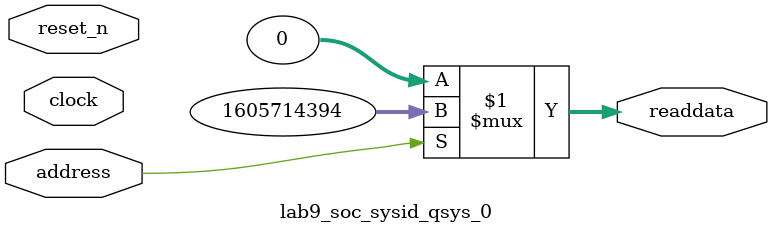
<source format=v>



// synthesis translate_off
`timescale 1ns / 1ps
// synthesis translate_on

// turn off superfluous verilog processor warnings 
// altera message_level Level1 
// altera message_off 10034 10035 10036 10037 10230 10240 10030 

module lab9_soc_sysid_qsys_0 (
               // inputs:
                address,
                clock,
                reset_n,

               // outputs:
                readdata
             )
;

  output  [ 31: 0] readdata;
  input            address;
  input            clock;
  input            reset_n;

  wire    [ 31: 0] readdata;
  //control_slave, which is an e_avalon_slave
  assign readdata = address ? 1605714394 : 0;

endmodule



</source>
